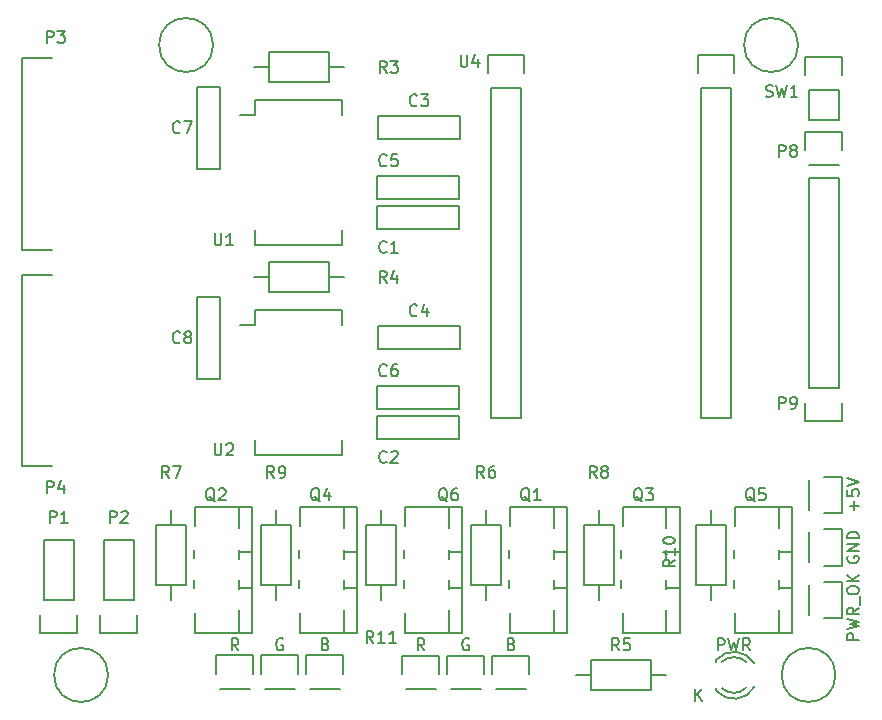
<source format=gbr>
G04 #@! TF.FileFunction,Legend,Top*
%FSLAX46Y46*%
G04 Gerber Fmt 4.6, Leading zero omitted, Abs format (unit mm)*
G04 Created by KiCad (PCBNEW (2015-09-17 BZR 6202)-product) date Wednesday, September 23, 2015 'AMt' 01:30:27 AM*
%MOMM*%
G01*
G04 APERTURE LIST*
%ADD10C,0.100000*%
%ADD11C,0.150000*%
G04 APERTURE END LIST*
D10*
D11*
X152781000Y-128270000D02*
G75*
G03X152781000Y-128270000I-2286000J0D01*
G01*
X91186000Y-128270000D02*
G75*
G03X91186000Y-128270000I-2286000J0D01*
G01*
X103461143Y-126613701D02*
X103461143Y-128163701D01*
X100361143Y-128163701D02*
X100361143Y-126613701D01*
X100361143Y-126613701D02*
X103461143Y-126613701D01*
X100641143Y-129433701D02*
X103181143Y-129433701D01*
X100076000Y-74930000D02*
G75*
G03X100076000Y-74930000I-2286000J0D01*
G01*
X126164362Y-78575728D02*
X126164362Y-106515728D01*
X126164362Y-106515728D02*
X123624362Y-106515728D01*
X123624362Y-106515728D02*
X123624362Y-78575728D01*
X126444362Y-75755728D02*
X126444362Y-77305728D01*
X126164362Y-78575728D02*
X123624362Y-78575728D01*
X123344362Y-77305728D02*
X123344362Y-75755728D01*
X123344362Y-75755728D02*
X126444362Y-75755728D01*
X144224362Y-75755728D02*
X144224362Y-77305728D01*
X141124362Y-77305728D02*
X141124362Y-75755728D01*
X141124362Y-75755728D02*
X144224362Y-75755728D01*
X143944362Y-78575728D02*
X141404362Y-78575728D01*
X141404362Y-106515728D02*
X141404362Y-78575728D01*
X143944362Y-78575728D02*
X143944362Y-106515728D01*
X143944362Y-106515728D02*
X141404362Y-106515728D01*
X113935000Y-88535000D02*
X120935000Y-88535000D01*
X120935000Y-88535000D02*
X120935000Y-90535000D01*
X120935000Y-90535000D02*
X113935000Y-90535000D01*
X113935000Y-90535000D02*
X113935000Y-88535000D01*
X113935000Y-106315000D02*
X120935000Y-106315000D01*
X120935000Y-106315000D02*
X120935000Y-108315000D01*
X120935000Y-108315000D02*
X113935000Y-108315000D01*
X113935000Y-108315000D02*
X113935000Y-106315000D01*
X114015000Y-80915000D02*
X121015000Y-80915000D01*
X121015000Y-80915000D02*
X121015000Y-82915000D01*
X121015000Y-82915000D02*
X114015000Y-82915000D01*
X114015000Y-82915000D02*
X114015000Y-80915000D01*
X114015000Y-98695000D02*
X121015000Y-98695000D01*
X121015000Y-98695000D02*
X121015000Y-100695000D01*
X121015000Y-100695000D02*
X114015000Y-100695000D01*
X114015000Y-100695000D02*
X114015000Y-98695000D01*
X113935000Y-85995000D02*
X120935000Y-85995000D01*
X120935000Y-85995000D02*
X120935000Y-87995000D01*
X120935000Y-87995000D02*
X113935000Y-87995000D01*
X113935000Y-87995000D02*
X113935000Y-85995000D01*
X113935000Y-103775000D02*
X120935000Y-103775000D01*
X120935000Y-103775000D02*
X120935000Y-105775000D01*
X120935000Y-105775000D02*
X113935000Y-105775000D01*
X113935000Y-105775000D02*
X113935000Y-103775000D01*
X98695000Y-85455000D02*
X98695000Y-78455000D01*
X98695000Y-78455000D02*
X100695000Y-78455000D01*
X100695000Y-78455000D02*
X100695000Y-85455000D01*
X100695000Y-85455000D02*
X98695000Y-85455000D01*
X98695000Y-103235000D02*
X98695000Y-96235000D01*
X98695000Y-96235000D02*
X100695000Y-96235000D01*
X100695000Y-96235000D02*
X100695000Y-103235000D01*
X100695000Y-103235000D02*
X98695000Y-103235000D01*
X119213459Y-126645719D02*
X119213459Y-128195719D01*
X116113459Y-128195719D02*
X116113459Y-126645719D01*
X116113459Y-126645719D02*
X119213459Y-126645719D01*
X116393459Y-129465719D02*
X118933459Y-129465719D01*
X123023459Y-126645719D02*
X123023459Y-128195719D01*
X119923459Y-128195719D02*
X119923459Y-126645719D01*
X119923459Y-126645719D02*
X123023459Y-126645719D01*
X120203459Y-129465719D02*
X122743459Y-129465719D01*
X107271143Y-126613701D02*
X107271143Y-128163701D01*
X104171143Y-128163701D02*
X104171143Y-126613701D01*
X104171143Y-126613701D02*
X107271143Y-126613701D01*
X104451143Y-129433701D02*
X106991143Y-129433701D01*
X126833459Y-126645719D02*
X126833459Y-128195719D01*
X123733459Y-128195719D02*
X123733459Y-126645719D01*
X123733459Y-126645719D02*
X126833459Y-126645719D01*
X124013459Y-129465719D02*
X126553459Y-129465719D01*
X111081143Y-126613701D02*
X111081143Y-128163701D01*
X107981143Y-128163701D02*
X107981143Y-126613701D01*
X107981143Y-126613701D02*
X111081143Y-126613701D01*
X108261143Y-129433701D02*
X110801143Y-129433701D01*
X88265000Y-121920000D02*
X88265000Y-116840000D01*
X88265000Y-116840000D02*
X85725000Y-116840000D01*
X85725000Y-116840000D02*
X85725000Y-121920000D01*
X85445000Y-124740000D02*
X85445000Y-123190000D01*
X85725000Y-121920000D02*
X88265000Y-121920000D01*
X88545000Y-123190000D02*
X88545000Y-124740000D01*
X88545000Y-124740000D02*
X85445000Y-124740000D01*
X93345000Y-121920000D02*
X93345000Y-116840000D01*
X93345000Y-116840000D02*
X90805000Y-116840000D01*
X90805000Y-116840000D02*
X90805000Y-121920000D01*
X90525000Y-124740000D02*
X90525000Y-123190000D01*
X90805000Y-121920000D02*
X93345000Y-121920000D01*
X93625000Y-123190000D02*
X93625000Y-124740000D01*
X93625000Y-124740000D02*
X90525000Y-124740000D01*
X153315000Y-123470000D02*
X151765000Y-123470000D01*
X151765000Y-120370000D02*
X153315000Y-120370000D01*
X153315000Y-120370000D02*
X153315000Y-123470000D01*
X150495000Y-120650000D02*
X150495000Y-123190000D01*
X153315000Y-114580000D02*
X151765000Y-114580000D01*
X151765000Y-111480000D02*
X153315000Y-111480000D01*
X153315000Y-111480000D02*
X153315000Y-114580000D01*
X150495000Y-111760000D02*
X150495000Y-114300000D01*
X153315000Y-119025000D02*
X151765000Y-119025000D01*
X151765000Y-115925000D02*
X153315000Y-115925000D01*
X153315000Y-115925000D02*
X153315000Y-119025000D01*
X150495000Y-116205000D02*
X150495000Y-118745000D01*
X153315000Y-82270000D02*
X153315000Y-83820000D01*
X150215000Y-83820000D02*
X150215000Y-82270000D01*
X150215000Y-82270000D02*
X153315000Y-82270000D01*
X150495000Y-85090000D02*
X153035000Y-85090000D01*
X150495000Y-103975728D02*
X150495000Y-86195728D01*
X150495000Y-86195728D02*
X153035000Y-86195728D01*
X153035000Y-86195728D02*
X153035000Y-103975728D01*
X150215000Y-106795728D02*
X150215000Y-105245728D01*
X150495000Y-103975728D02*
X153035000Y-103975728D01*
X153315000Y-105245728D02*
X153315000Y-106795728D01*
X153315000Y-106795728D02*
X150215000Y-106795728D01*
X109855000Y-78105000D02*
X104775000Y-78105000D01*
X104775000Y-78105000D02*
X104775000Y-75565000D01*
X104775000Y-75565000D02*
X109855000Y-75565000D01*
X109855000Y-75565000D02*
X109855000Y-78105000D01*
X109855000Y-76835000D02*
X111125000Y-76835000D01*
X104775000Y-76835000D02*
X103505000Y-76835000D01*
X109855000Y-95885000D02*
X104775000Y-95885000D01*
X104775000Y-95885000D02*
X104775000Y-93345000D01*
X104775000Y-93345000D02*
X109855000Y-93345000D01*
X109855000Y-93345000D02*
X109855000Y-95885000D01*
X109855000Y-94615000D02*
X111125000Y-94615000D01*
X104775000Y-94615000D02*
X103505000Y-94615000D01*
X132080000Y-127000000D02*
X137160000Y-127000000D01*
X137160000Y-127000000D02*
X137160000Y-129540000D01*
X137160000Y-129540000D02*
X132080000Y-129540000D01*
X132080000Y-129540000D02*
X132080000Y-127000000D01*
X132080000Y-128270000D02*
X130810000Y-128270000D01*
X137160000Y-128270000D02*
X138430000Y-128270000D01*
X121920000Y-120650000D02*
X121920000Y-115570000D01*
X121920000Y-115570000D02*
X124460000Y-115570000D01*
X124460000Y-115570000D02*
X124460000Y-120650000D01*
X124460000Y-120650000D02*
X121920000Y-120650000D01*
X123190000Y-120650000D02*
X123190000Y-121920000D01*
X123190000Y-115570000D02*
X123190000Y-114300000D01*
X95250000Y-120650000D02*
X95250000Y-115570000D01*
X95250000Y-115570000D02*
X97790000Y-115570000D01*
X97790000Y-115570000D02*
X97790000Y-120650000D01*
X97790000Y-120650000D02*
X95250000Y-120650000D01*
X96520000Y-120650000D02*
X96520000Y-121920000D01*
X96520000Y-115570000D02*
X96520000Y-114300000D01*
X131445000Y-120650000D02*
X131445000Y-115570000D01*
X131445000Y-115570000D02*
X133985000Y-115570000D01*
X133985000Y-115570000D02*
X133985000Y-120650000D01*
X133985000Y-120650000D02*
X131445000Y-120650000D01*
X132715000Y-120650000D02*
X132715000Y-121920000D01*
X132715000Y-115570000D02*
X132715000Y-114300000D01*
X104140000Y-120650000D02*
X104140000Y-115570000D01*
X104140000Y-115570000D02*
X106680000Y-115570000D01*
X106680000Y-115570000D02*
X106680000Y-120650000D01*
X106680000Y-120650000D02*
X104140000Y-120650000D01*
X105410000Y-120650000D02*
X105410000Y-121920000D01*
X105410000Y-115570000D02*
X105410000Y-114300000D01*
X140970000Y-120650000D02*
X140970000Y-115570000D01*
X140970000Y-115570000D02*
X143510000Y-115570000D01*
X143510000Y-115570000D02*
X143510000Y-120650000D01*
X143510000Y-120650000D02*
X140970000Y-120650000D01*
X142240000Y-120650000D02*
X142240000Y-121920000D01*
X142240000Y-115570000D02*
X142240000Y-114300000D01*
X113030000Y-120650000D02*
X113030000Y-115570000D01*
X113030000Y-115570000D02*
X115570000Y-115570000D01*
X115570000Y-115570000D02*
X115570000Y-120650000D01*
X115570000Y-120650000D02*
X113030000Y-120650000D01*
X114300000Y-120650000D02*
X114300000Y-121920000D01*
X114300000Y-115570000D02*
X114300000Y-114300000D01*
X153035000Y-78740000D02*
X153035000Y-81280000D01*
X153315000Y-75920000D02*
X153315000Y-77470000D01*
X153035000Y-78740000D02*
X150495000Y-78740000D01*
X150215000Y-77470000D02*
X150215000Y-75920000D01*
X150215000Y-75920000D02*
X153315000Y-75920000D01*
X150495000Y-78740000D02*
X150495000Y-81280000D01*
X150495000Y-81280000D02*
X153035000Y-81280000D01*
X103640000Y-79620000D02*
X103640000Y-80890000D01*
X110990000Y-79620000D02*
X110990000Y-80890000D01*
X110990000Y-91830000D02*
X110990000Y-90560000D01*
X103640000Y-91830000D02*
X103640000Y-90560000D01*
X103640000Y-79620000D02*
X110990000Y-79620000D01*
X103640000Y-91830000D02*
X110990000Y-91830000D01*
X103640000Y-80890000D02*
X102355000Y-80890000D01*
X103640000Y-97400000D02*
X103640000Y-98670000D01*
X110990000Y-97400000D02*
X110990000Y-98670000D01*
X110990000Y-109610000D02*
X110990000Y-108340000D01*
X103640000Y-109610000D02*
X103640000Y-108340000D01*
X103640000Y-97400000D02*
X110990000Y-97400000D01*
X103640000Y-109610000D02*
X110990000Y-109610000D01*
X103640000Y-98670000D02*
X102355000Y-98670000D01*
X83893607Y-76072355D02*
X86433607Y-76072355D01*
X83893607Y-92272355D02*
X86433607Y-92272355D01*
X83893607Y-92272355D02*
X83893607Y-76072355D01*
X83893607Y-94382355D02*
X86433607Y-94382355D01*
X83893607Y-110582355D02*
X86433607Y-110582355D01*
X83893607Y-110582355D02*
X83893607Y-94382355D01*
X142676000Y-129584000D02*
X142676000Y-129384000D01*
X142676000Y-126990000D02*
X142676000Y-127170000D01*
X145903744Y-127300357D02*
G75*
G03X142676000Y-126984000I-1727744J-1003643D01*
G01*
X145228006Y-127170932D02*
G75*
G03X143125000Y-127170000I-1052006J-1133068D01*
G01*
X142688780Y-129610726D02*
G75*
G03X145926000Y-129264000I1497220J1306726D01*
G01*
X143162111Y-129383253D02*
G75*
G03X145210000Y-129364000I1013889J1079253D01*
G01*
X102235000Y-124714000D02*
X102235000Y-122809000D01*
X102235000Y-120269000D02*
X102235000Y-121031000D01*
X102235000Y-117856000D02*
X102235000Y-117729000D01*
X102235000Y-117856000D02*
X102235000Y-118491000D01*
X102235000Y-114046000D02*
X102235000Y-115824000D01*
X98552000Y-114046000D02*
X98552000Y-115697000D01*
X98425000Y-118364000D02*
X98425000Y-117729000D01*
X98425000Y-120904000D02*
X98425000Y-120269000D01*
X98552000Y-124714000D02*
X98552000Y-123063000D01*
X103378000Y-117856000D02*
X102235000Y-117856000D01*
X103378000Y-120904000D02*
X102235000Y-120904000D01*
X102235000Y-124714000D02*
X98552000Y-124714000D01*
X98552000Y-114046000D02*
X102235000Y-114046000D01*
X103378000Y-124714000D02*
X102235000Y-124714000D01*
X102235000Y-114046000D02*
X103378000Y-114046000D01*
X103378000Y-119380000D02*
X103378000Y-114046000D01*
X103378000Y-119380000D02*
X103378000Y-124714000D01*
X111125000Y-124714000D02*
X111125000Y-122809000D01*
X111125000Y-120269000D02*
X111125000Y-121031000D01*
X111125000Y-117856000D02*
X111125000Y-117729000D01*
X111125000Y-117856000D02*
X111125000Y-118491000D01*
X111125000Y-114046000D02*
X111125000Y-115824000D01*
X107442000Y-114046000D02*
X107442000Y-115697000D01*
X107315000Y-118364000D02*
X107315000Y-117729000D01*
X107315000Y-120904000D02*
X107315000Y-120269000D01*
X107442000Y-124714000D02*
X107442000Y-123063000D01*
X112268000Y-117856000D02*
X111125000Y-117856000D01*
X112268000Y-120904000D02*
X111125000Y-120904000D01*
X111125000Y-124714000D02*
X107442000Y-124714000D01*
X107442000Y-114046000D02*
X111125000Y-114046000D01*
X112268000Y-124714000D02*
X111125000Y-124714000D01*
X111125000Y-114046000D02*
X112268000Y-114046000D01*
X112268000Y-119380000D02*
X112268000Y-114046000D01*
X112268000Y-119380000D02*
X112268000Y-124714000D01*
X120015000Y-124714000D02*
X120015000Y-122809000D01*
X120015000Y-120269000D02*
X120015000Y-121031000D01*
X120015000Y-117856000D02*
X120015000Y-117729000D01*
X120015000Y-117856000D02*
X120015000Y-118491000D01*
X120015000Y-114046000D02*
X120015000Y-115824000D01*
X116332000Y-114046000D02*
X116332000Y-115697000D01*
X116205000Y-118364000D02*
X116205000Y-117729000D01*
X116205000Y-120904000D02*
X116205000Y-120269000D01*
X116332000Y-124714000D02*
X116332000Y-123063000D01*
X121158000Y-117856000D02*
X120015000Y-117856000D01*
X121158000Y-120904000D02*
X120015000Y-120904000D01*
X120015000Y-124714000D02*
X116332000Y-124714000D01*
X116332000Y-114046000D02*
X120015000Y-114046000D01*
X121158000Y-124714000D02*
X120015000Y-124714000D01*
X120015000Y-114046000D02*
X121158000Y-114046000D01*
X121158000Y-119380000D02*
X121158000Y-114046000D01*
X121158000Y-119380000D02*
X121158000Y-124714000D01*
X128905000Y-124714000D02*
X128905000Y-122809000D01*
X128905000Y-120269000D02*
X128905000Y-121031000D01*
X128905000Y-117856000D02*
X128905000Y-117729000D01*
X128905000Y-117856000D02*
X128905000Y-118491000D01*
X128905000Y-114046000D02*
X128905000Y-115824000D01*
X125222000Y-114046000D02*
X125222000Y-115697000D01*
X125095000Y-118364000D02*
X125095000Y-117729000D01*
X125095000Y-120904000D02*
X125095000Y-120269000D01*
X125222000Y-124714000D02*
X125222000Y-123063000D01*
X130048000Y-117856000D02*
X128905000Y-117856000D01*
X130048000Y-120904000D02*
X128905000Y-120904000D01*
X128905000Y-124714000D02*
X125222000Y-124714000D01*
X125222000Y-114046000D02*
X128905000Y-114046000D01*
X130048000Y-124714000D02*
X128905000Y-124714000D01*
X128905000Y-114046000D02*
X130048000Y-114046000D01*
X130048000Y-119380000D02*
X130048000Y-114046000D01*
X130048000Y-119380000D02*
X130048000Y-124714000D01*
X138430000Y-124714000D02*
X138430000Y-122809000D01*
X138430000Y-120269000D02*
X138430000Y-121031000D01*
X138430000Y-117856000D02*
X138430000Y-117729000D01*
X138430000Y-117856000D02*
X138430000Y-118491000D01*
X138430000Y-114046000D02*
X138430000Y-115824000D01*
X134747000Y-114046000D02*
X134747000Y-115697000D01*
X134620000Y-118364000D02*
X134620000Y-117729000D01*
X134620000Y-120904000D02*
X134620000Y-120269000D01*
X134747000Y-124714000D02*
X134747000Y-123063000D01*
X139573000Y-117856000D02*
X138430000Y-117856000D01*
X139573000Y-120904000D02*
X138430000Y-120904000D01*
X138430000Y-124714000D02*
X134747000Y-124714000D01*
X134747000Y-114046000D02*
X138430000Y-114046000D01*
X139573000Y-124714000D02*
X138430000Y-124714000D01*
X138430000Y-114046000D02*
X139573000Y-114046000D01*
X139573000Y-119380000D02*
X139573000Y-114046000D01*
X139573000Y-119380000D02*
X139573000Y-124714000D01*
X147955000Y-124714000D02*
X147955000Y-122809000D01*
X147955000Y-120269000D02*
X147955000Y-121031000D01*
X147955000Y-117856000D02*
X147955000Y-117729000D01*
X147955000Y-117856000D02*
X147955000Y-118491000D01*
X147955000Y-114046000D02*
X147955000Y-115824000D01*
X144272000Y-114046000D02*
X144272000Y-115697000D01*
X144145000Y-118364000D02*
X144145000Y-117729000D01*
X144145000Y-120904000D02*
X144145000Y-120269000D01*
X144272000Y-124714000D02*
X144272000Y-123063000D01*
X149098000Y-117856000D02*
X147955000Y-117856000D01*
X149098000Y-120904000D02*
X147955000Y-120904000D01*
X147955000Y-124714000D02*
X144272000Y-124714000D01*
X144272000Y-114046000D02*
X147955000Y-114046000D01*
X149098000Y-124714000D02*
X147955000Y-124714000D01*
X147955000Y-114046000D02*
X149098000Y-114046000D01*
X149098000Y-119380000D02*
X149098000Y-114046000D01*
X149098000Y-119380000D02*
X149098000Y-124714000D01*
X149606000Y-74930000D02*
G75*
G03X149606000Y-74930000I-2286000J0D01*
G01*
X102220667Y-126182381D02*
X101887333Y-125706190D01*
X101649238Y-126182381D02*
X101649238Y-125182381D01*
X102030191Y-125182381D01*
X102125429Y-125230000D01*
X102173048Y-125277619D01*
X102220667Y-125372857D01*
X102220667Y-125515714D01*
X102173048Y-125610952D01*
X102125429Y-125658571D01*
X102030191Y-125706190D01*
X101649238Y-125706190D01*
X121031095Y-75779381D02*
X121031095Y-76588905D01*
X121078714Y-76684143D01*
X121126333Y-76731762D01*
X121221571Y-76779381D01*
X121412048Y-76779381D01*
X121507286Y-76731762D01*
X121554905Y-76684143D01*
X121602524Y-76588905D01*
X121602524Y-75779381D01*
X122507286Y-76112714D02*
X122507286Y-76779381D01*
X122269190Y-75731762D02*
X122031095Y-76446048D01*
X122650143Y-76446048D01*
X114768334Y-92432143D02*
X114720715Y-92479762D01*
X114577858Y-92527381D01*
X114482620Y-92527381D01*
X114339762Y-92479762D01*
X114244524Y-92384524D01*
X114196905Y-92289286D01*
X114149286Y-92098810D01*
X114149286Y-91955952D01*
X114196905Y-91765476D01*
X114244524Y-91670238D01*
X114339762Y-91575000D01*
X114482620Y-91527381D01*
X114577858Y-91527381D01*
X114720715Y-91575000D01*
X114768334Y-91622619D01*
X115720715Y-92527381D02*
X115149286Y-92527381D01*
X115435000Y-92527381D02*
X115435000Y-91527381D01*
X115339762Y-91670238D01*
X115244524Y-91765476D01*
X115149286Y-91813095D01*
X114768334Y-110212143D02*
X114720715Y-110259762D01*
X114577858Y-110307381D01*
X114482620Y-110307381D01*
X114339762Y-110259762D01*
X114244524Y-110164524D01*
X114196905Y-110069286D01*
X114149286Y-109878810D01*
X114149286Y-109735952D01*
X114196905Y-109545476D01*
X114244524Y-109450238D01*
X114339762Y-109355000D01*
X114482620Y-109307381D01*
X114577858Y-109307381D01*
X114720715Y-109355000D01*
X114768334Y-109402619D01*
X115149286Y-109402619D02*
X115196905Y-109355000D01*
X115292143Y-109307381D01*
X115530239Y-109307381D01*
X115625477Y-109355000D01*
X115673096Y-109402619D01*
X115720715Y-109497857D01*
X115720715Y-109593095D01*
X115673096Y-109735952D01*
X115101667Y-110307381D01*
X115720715Y-110307381D01*
X117348334Y-80022143D02*
X117300715Y-80069762D01*
X117157858Y-80117381D01*
X117062620Y-80117381D01*
X116919762Y-80069762D01*
X116824524Y-79974524D01*
X116776905Y-79879286D01*
X116729286Y-79688810D01*
X116729286Y-79545952D01*
X116776905Y-79355476D01*
X116824524Y-79260238D01*
X116919762Y-79165000D01*
X117062620Y-79117381D01*
X117157858Y-79117381D01*
X117300715Y-79165000D01*
X117348334Y-79212619D01*
X117681667Y-79117381D02*
X118300715Y-79117381D01*
X117967381Y-79498333D01*
X118110239Y-79498333D01*
X118205477Y-79545952D01*
X118253096Y-79593571D01*
X118300715Y-79688810D01*
X118300715Y-79926905D01*
X118253096Y-80022143D01*
X118205477Y-80069762D01*
X118110239Y-80117381D01*
X117824524Y-80117381D01*
X117729286Y-80069762D01*
X117681667Y-80022143D01*
X117348334Y-97802143D02*
X117300715Y-97849762D01*
X117157858Y-97897381D01*
X117062620Y-97897381D01*
X116919762Y-97849762D01*
X116824524Y-97754524D01*
X116776905Y-97659286D01*
X116729286Y-97468810D01*
X116729286Y-97325952D01*
X116776905Y-97135476D01*
X116824524Y-97040238D01*
X116919762Y-96945000D01*
X117062620Y-96897381D01*
X117157858Y-96897381D01*
X117300715Y-96945000D01*
X117348334Y-96992619D01*
X118205477Y-97230714D02*
X118205477Y-97897381D01*
X117967381Y-96849762D02*
X117729286Y-97564048D01*
X118348334Y-97564048D01*
X114768334Y-85102143D02*
X114720715Y-85149762D01*
X114577858Y-85197381D01*
X114482620Y-85197381D01*
X114339762Y-85149762D01*
X114244524Y-85054524D01*
X114196905Y-84959286D01*
X114149286Y-84768810D01*
X114149286Y-84625952D01*
X114196905Y-84435476D01*
X114244524Y-84340238D01*
X114339762Y-84245000D01*
X114482620Y-84197381D01*
X114577858Y-84197381D01*
X114720715Y-84245000D01*
X114768334Y-84292619D01*
X115673096Y-84197381D02*
X115196905Y-84197381D01*
X115149286Y-84673571D01*
X115196905Y-84625952D01*
X115292143Y-84578333D01*
X115530239Y-84578333D01*
X115625477Y-84625952D01*
X115673096Y-84673571D01*
X115720715Y-84768810D01*
X115720715Y-85006905D01*
X115673096Y-85102143D01*
X115625477Y-85149762D01*
X115530239Y-85197381D01*
X115292143Y-85197381D01*
X115196905Y-85149762D01*
X115149286Y-85102143D01*
X114768334Y-102882143D02*
X114720715Y-102929762D01*
X114577858Y-102977381D01*
X114482620Y-102977381D01*
X114339762Y-102929762D01*
X114244524Y-102834524D01*
X114196905Y-102739286D01*
X114149286Y-102548810D01*
X114149286Y-102405952D01*
X114196905Y-102215476D01*
X114244524Y-102120238D01*
X114339762Y-102025000D01*
X114482620Y-101977381D01*
X114577858Y-101977381D01*
X114720715Y-102025000D01*
X114768334Y-102072619D01*
X115625477Y-101977381D02*
X115435000Y-101977381D01*
X115339762Y-102025000D01*
X115292143Y-102072619D01*
X115196905Y-102215476D01*
X115149286Y-102405952D01*
X115149286Y-102786905D01*
X115196905Y-102882143D01*
X115244524Y-102929762D01*
X115339762Y-102977381D01*
X115530239Y-102977381D01*
X115625477Y-102929762D01*
X115673096Y-102882143D01*
X115720715Y-102786905D01*
X115720715Y-102548810D01*
X115673096Y-102453571D01*
X115625477Y-102405952D01*
X115530239Y-102358333D01*
X115339762Y-102358333D01*
X115244524Y-102405952D01*
X115196905Y-102453571D01*
X115149286Y-102548810D01*
X97278334Y-82312143D02*
X97230715Y-82359762D01*
X97087858Y-82407381D01*
X96992620Y-82407381D01*
X96849762Y-82359762D01*
X96754524Y-82264524D01*
X96706905Y-82169286D01*
X96659286Y-81978810D01*
X96659286Y-81835952D01*
X96706905Y-81645476D01*
X96754524Y-81550238D01*
X96849762Y-81455000D01*
X96992620Y-81407381D01*
X97087858Y-81407381D01*
X97230715Y-81455000D01*
X97278334Y-81502619D01*
X97611667Y-81407381D02*
X98278334Y-81407381D01*
X97849762Y-82407381D01*
X97278334Y-100092143D02*
X97230715Y-100139762D01*
X97087858Y-100187381D01*
X96992620Y-100187381D01*
X96849762Y-100139762D01*
X96754524Y-100044524D01*
X96706905Y-99949286D01*
X96659286Y-99758810D01*
X96659286Y-99615952D01*
X96706905Y-99425476D01*
X96754524Y-99330238D01*
X96849762Y-99235000D01*
X96992620Y-99187381D01*
X97087858Y-99187381D01*
X97230715Y-99235000D01*
X97278334Y-99282619D01*
X97849762Y-99615952D02*
X97754524Y-99568333D01*
X97706905Y-99520714D01*
X97659286Y-99425476D01*
X97659286Y-99377857D01*
X97706905Y-99282619D01*
X97754524Y-99235000D01*
X97849762Y-99187381D01*
X98040239Y-99187381D01*
X98135477Y-99235000D01*
X98183096Y-99282619D01*
X98230715Y-99377857D01*
X98230715Y-99425476D01*
X98183096Y-99520714D01*
X98135477Y-99568333D01*
X98040239Y-99615952D01*
X97849762Y-99615952D01*
X97754524Y-99663571D01*
X97706905Y-99711190D01*
X97659286Y-99806429D01*
X97659286Y-99996905D01*
X97706905Y-100092143D01*
X97754524Y-100139762D01*
X97849762Y-100187381D01*
X98040239Y-100187381D01*
X98135477Y-100139762D01*
X98183096Y-100092143D01*
X98230715Y-99996905D01*
X98230715Y-99806429D01*
X98183096Y-99711190D01*
X98135477Y-99663571D01*
X98040239Y-99615952D01*
X117972983Y-126182381D02*
X117639649Y-125706190D01*
X117401554Y-126182381D02*
X117401554Y-125182381D01*
X117782507Y-125182381D01*
X117877745Y-125230000D01*
X117925364Y-125277619D01*
X117972983Y-125372857D01*
X117972983Y-125515714D01*
X117925364Y-125610952D01*
X117877745Y-125658571D01*
X117782507Y-125706190D01*
X117401554Y-125706190D01*
X121735364Y-125230000D02*
X121640126Y-125182381D01*
X121497269Y-125182381D01*
X121354411Y-125230000D01*
X121259173Y-125325238D01*
X121211554Y-125420476D01*
X121163935Y-125610952D01*
X121163935Y-125753810D01*
X121211554Y-125944286D01*
X121259173Y-126039524D01*
X121354411Y-126134762D01*
X121497269Y-126182381D01*
X121592507Y-126182381D01*
X121735364Y-126134762D01*
X121782983Y-126087143D01*
X121782983Y-125753810D01*
X121592507Y-125753810D01*
X105983048Y-125230000D02*
X105887810Y-125182381D01*
X105744953Y-125182381D01*
X105602095Y-125230000D01*
X105506857Y-125325238D01*
X105459238Y-125420476D01*
X105411619Y-125610952D01*
X105411619Y-125753810D01*
X105459238Y-125944286D01*
X105506857Y-126039524D01*
X105602095Y-126134762D01*
X105744953Y-126182381D01*
X105840191Y-126182381D01*
X105983048Y-126134762D01*
X106030667Y-126087143D01*
X106030667Y-125753810D01*
X105840191Y-125753810D01*
X125354888Y-125658571D02*
X125497745Y-125706190D01*
X125545364Y-125753810D01*
X125592983Y-125849048D01*
X125592983Y-125991905D01*
X125545364Y-126087143D01*
X125497745Y-126134762D01*
X125402507Y-126182381D01*
X125021554Y-126182381D01*
X125021554Y-125182381D01*
X125354888Y-125182381D01*
X125450126Y-125230000D01*
X125497745Y-125277619D01*
X125545364Y-125372857D01*
X125545364Y-125468095D01*
X125497745Y-125563333D01*
X125450126Y-125610952D01*
X125354888Y-125658571D01*
X125021554Y-125658571D01*
X109602572Y-125658571D02*
X109745429Y-125706190D01*
X109793048Y-125753810D01*
X109840667Y-125849048D01*
X109840667Y-125991905D01*
X109793048Y-126087143D01*
X109745429Y-126134762D01*
X109650191Y-126182381D01*
X109269238Y-126182381D01*
X109269238Y-125182381D01*
X109602572Y-125182381D01*
X109697810Y-125230000D01*
X109745429Y-125277619D01*
X109793048Y-125372857D01*
X109793048Y-125468095D01*
X109745429Y-125563333D01*
X109697810Y-125610952D01*
X109602572Y-125658571D01*
X109269238Y-125658571D01*
X86256905Y-115387381D02*
X86256905Y-114387381D01*
X86637858Y-114387381D01*
X86733096Y-114435000D01*
X86780715Y-114482619D01*
X86828334Y-114577857D01*
X86828334Y-114720714D01*
X86780715Y-114815952D01*
X86733096Y-114863571D01*
X86637858Y-114911190D01*
X86256905Y-114911190D01*
X87780715Y-115387381D02*
X87209286Y-115387381D01*
X87495000Y-115387381D02*
X87495000Y-114387381D01*
X87399762Y-114530238D01*
X87304524Y-114625476D01*
X87209286Y-114673095D01*
X91336905Y-115387381D02*
X91336905Y-114387381D01*
X91717858Y-114387381D01*
X91813096Y-114435000D01*
X91860715Y-114482619D01*
X91908334Y-114577857D01*
X91908334Y-114720714D01*
X91860715Y-114815952D01*
X91813096Y-114863571D01*
X91717858Y-114911190D01*
X91336905Y-114911190D01*
X92289286Y-114482619D02*
X92336905Y-114435000D01*
X92432143Y-114387381D01*
X92670239Y-114387381D01*
X92765477Y-114435000D01*
X92813096Y-114482619D01*
X92860715Y-114577857D01*
X92860715Y-114673095D01*
X92813096Y-114815952D01*
X92241667Y-115387381D01*
X92860715Y-115387381D01*
X154757381Y-125293095D02*
X153757381Y-125293095D01*
X153757381Y-124912142D01*
X153805000Y-124816904D01*
X153852619Y-124769285D01*
X153947857Y-124721666D01*
X154090714Y-124721666D01*
X154185952Y-124769285D01*
X154233571Y-124816904D01*
X154281190Y-124912142D01*
X154281190Y-125293095D01*
X153757381Y-124388333D02*
X154757381Y-124150238D01*
X154043095Y-123959761D01*
X154757381Y-123769285D01*
X153757381Y-123531190D01*
X154757381Y-122578809D02*
X154281190Y-122912143D01*
X154757381Y-123150238D02*
X153757381Y-123150238D01*
X153757381Y-122769285D01*
X153805000Y-122674047D01*
X153852619Y-122626428D01*
X153947857Y-122578809D01*
X154090714Y-122578809D01*
X154185952Y-122626428D01*
X154233571Y-122674047D01*
X154281190Y-122769285D01*
X154281190Y-123150238D01*
X154852619Y-122388333D02*
X154852619Y-121626428D01*
X153757381Y-121197857D02*
X153757381Y-121007380D01*
X153805000Y-120912142D01*
X153900238Y-120816904D01*
X154090714Y-120769285D01*
X154424048Y-120769285D01*
X154614524Y-120816904D01*
X154709762Y-120912142D01*
X154757381Y-121007380D01*
X154757381Y-121197857D01*
X154709762Y-121293095D01*
X154614524Y-121388333D01*
X154424048Y-121435952D01*
X154090714Y-121435952D01*
X153900238Y-121388333D01*
X153805000Y-121293095D01*
X153757381Y-121197857D01*
X154757381Y-120340714D02*
X153757381Y-120340714D01*
X154757381Y-119769285D02*
X154185952Y-120197857D01*
X153757381Y-119769285D02*
X154328810Y-120340714D01*
X154376429Y-114315714D02*
X154376429Y-113553809D01*
X154757381Y-113934761D02*
X153995476Y-113934761D01*
X153757381Y-112601428D02*
X153757381Y-113077619D01*
X154233571Y-113125238D01*
X154185952Y-113077619D01*
X154138333Y-112982381D01*
X154138333Y-112744285D01*
X154185952Y-112649047D01*
X154233571Y-112601428D01*
X154328810Y-112553809D01*
X154566905Y-112553809D01*
X154662143Y-112601428D01*
X154709762Y-112649047D01*
X154757381Y-112744285D01*
X154757381Y-112982381D01*
X154709762Y-113077619D01*
X154662143Y-113125238D01*
X153757381Y-112268095D02*
X154757381Y-111934762D01*
X153757381Y-111601428D01*
X153805000Y-118236904D02*
X153757381Y-118332142D01*
X153757381Y-118474999D01*
X153805000Y-118617857D01*
X153900238Y-118713095D01*
X153995476Y-118760714D01*
X154185952Y-118808333D01*
X154328810Y-118808333D01*
X154519286Y-118760714D01*
X154614524Y-118713095D01*
X154709762Y-118617857D01*
X154757381Y-118474999D01*
X154757381Y-118379761D01*
X154709762Y-118236904D01*
X154662143Y-118189285D01*
X154328810Y-118189285D01*
X154328810Y-118379761D01*
X154757381Y-117760714D02*
X153757381Y-117760714D01*
X154757381Y-117189285D01*
X153757381Y-117189285D01*
X154757381Y-116713095D02*
X153757381Y-116713095D01*
X153757381Y-116475000D01*
X153805000Y-116332142D01*
X153900238Y-116236904D01*
X153995476Y-116189285D01*
X154185952Y-116141666D01*
X154328810Y-116141666D01*
X154519286Y-116189285D01*
X154614524Y-116236904D01*
X154709762Y-116332142D01*
X154757381Y-116475000D01*
X154757381Y-116713095D01*
X147978905Y-84399381D02*
X147978905Y-83399381D01*
X148359858Y-83399381D01*
X148455096Y-83447000D01*
X148502715Y-83494619D01*
X148550334Y-83589857D01*
X148550334Y-83732714D01*
X148502715Y-83827952D01*
X148455096Y-83875571D01*
X148359858Y-83923190D01*
X147978905Y-83923190D01*
X149121762Y-83827952D02*
X149026524Y-83780333D01*
X148978905Y-83732714D01*
X148931286Y-83637476D01*
X148931286Y-83589857D01*
X148978905Y-83494619D01*
X149026524Y-83447000D01*
X149121762Y-83399381D01*
X149312239Y-83399381D01*
X149407477Y-83447000D01*
X149455096Y-83494619D01*
X149502715Y-83589857D01*
X149502715Y-83637476D01*
X149455096Y-83732714D01*
X149407477Y-83780333D01*
X149312239Y-83827952D01*
X149121762Y-83827952D01*
X149026524Y-83875571D01*
X148978905Y-83923190D01*
X148931286Y-84018429D01*
X148931286Y-84208905D01*
X148978905Y-84304143D01*
X149026524Y-84351762D01*
X149121762Y-84399381D01*
X149312239Y-84399381D01*
X149407477Y-84351762D01*
X149455096Y-84304143D01*
X149502715Y-84208905D01*
X149502715Y-84018429D01*
X149455096Y-83923190D01*
X149407477Y-83875571D01*
X149312239Y-83827952D01*
X147978905Y-105735381D02*
X147978905Y-104735381D01*
X148359858Y-104735381D01*
X148455096Y-104783000D01*
X148502715Y-104830619D01*
X148550334Y-104925857D01*
X148550334Y-105068714D01*
X148502715Y-105163952D01*
X148455096Y-105211571D01*
X148359858Y-105259190D01*
X147978905Y-105259190D01*
X149026524Y-105735381D02*
X149217000Y-105735381D01*
X149312239Y-105687762D01*
X149359858Y-105640143D01*
X149455096Y-105497286D01*
X149502715Y-105306810D01*
X149502715Y-104925857D01*
X149455096Y-104830619D01*
X149407477Y-104783000D01*
X149312239Y-104735381D01*
X149121762Y-104735381D01*
X149026524Y-104783000D01*
X148978905Y-104830619D01*
X148931286Y-104925857D01*
X148931286Y-105163952D01*
X148978905Y-105259190D01*
X149026524Y-105306810D01*
X149121762Y-105354429D01*
X149312239Y-105354429D01*
X149407477Y-105306810D01*
X149455096Y-105259190D01*
X149502715Y-105163952D01*
X114768334Y-77287381D02*
X114435000Y-76811190D01*
X114196905Y-77287381D02*
X114196905Y-76287381D01*
X114577858Y-76287381D01*
X114673096Y-76335000D01*
X114720715Y-76382619D01*
X114768334Y-76477857D01*
X114768334Y-76620714D01*
X114720715Y-76715952D01*
X114673096Y-76763571D01*
X114577858Y-76811190D01*
X114196905Y-76811190D01*
X115101667Y-76287381D02*
X115720715Y-76287381D01*
X115387381Y-76668333D01*
X115530239Y-76668333D01*
X115625477Y-76715952D01*
X115673096Y-76763571D01*
X115720715Y-76858810D01*
X115720715Y-77096905D01*
X115673096Y-77192143D01*
X115625477Y-77239762D01*
X115530239Y-77287381D01*
X115244524Y-77287381D01*
X115149286Y-77239762D01*
X115101667Y-77192143D01*
X114768334Y-95067381D02*
X114435000Y-94591190D01*
X114196905Y-95067381D02*
X114196905Y-94067381D01*
X114577858Y-94067381D01*
X114673096Y-94115000D01*
X114720715Y-94162619D01*
X114768334Y-94257857D01*
X114768334Y-94400714D01*
X114720715Y-94495952D01*
X114673096Y-94543571D01*
X114577858Y-94591190D01*
X114196905Y-94591190D01*
X115625477Y-94400714D02*
X115625477Y-95067381D01*
X115387381Y-94019762D02*
X115149286Y-94734048D01*
X115768334Y-94734048D01*
X134453334Y-126182381D02*
X134120000Y-125706190D01*
X133881905Y-126182381D02*
X133881905Y-125182381D01*
X134262858Y-125182381D01*
X134358096Y-125230000D01*
X134405715Y-125277619D01*
X134453334Y-125372857D01*
X134453334Y-125515714D01*
X134405715Y-125610952D01*
X134358096Y-125658571D01*
X134262858Y-125706190D01*
X133881905Y-125706190D01*
X135358096Y-125182381D02*
X134881905Y-125182381D01*
X134834286Y-125658571D01*
X134881905Y-125610952D01*
X134977143Y-125563333D01*
X135215239Y-125563333D01*
X135310477Y-125610952D01*
X135358096Y-125658571D01*
X135405715Y-125753810D01*
X135405715Y-125991905D01*
X135358096Y-126087143D01*
X135310477Y-126134762D01*
X135215239Y-126182381D01*
X134977143Y-126182381D01*
X134881905Y-126134762D01*
X134834286Y-126087143D01*
X123023334Y-111577381D02*
X122690000Y-111101190D01*
X122451905Y-111577381D02*
X122451905Y-110577381D01*
X122832858Y-110577381D01*
X122928096Y-110625000D01*
X122975715Y-110672619D01*
X123023334Y-110767857D01*
X123023334Y-110910714D01*
X122975715Y-111005952D01*
X122928096Y-111053571D01*
X122832858Y-111101190D01*
X122451905Y-111101190D01*
X123880477Y-110577381D02*
X123690000Y-110577381D01*
X123594762Y-110625000D01*
X123547143Y-110672619D01*
X123451905Y-110815476D01*
X123404286Y-111005952D01*
X123404286Y-111386905D01*
X123451905Y-111482143D01*
X123499524Y-111529762D01*
X123594762Y-111577381D01*
X123785239Y-111577381D01*
X123880477Y-111529762D01*
X123928096Y-111482143D01*
X123975715Y-111386905D01*
X123975715Y-111148810D01*
X123928096Y-111053571D01*
X123880477Y-111005952D01*
X123785239Y-110958333D01*
X123594762Y-110958333D01*
X123499524Y-111005952D01*
X123451905Y-111053571D01*
X123404286Y-111148810D01*
X96353334Y-111577381D02*
X96020000Y-111101190D01*
X95781905Y-111577381D02*
X95781905Y-110577381D01*
X96162858Y-110577381D01*
X96258096Y-110625000D01*
X96305715Y-110672619D01*
X96353334Y-110767857D01*
X96353334Y-110910714D01*
X96305715Y-111005952D01*
X96258096Y-111053571D01*
X96162858Y-111101190D01*
X95781905Y-111101190D01*
X96686667Y-110577381D02*
X97353334Y-110577381D01*
X96924762Y-111577381D01*
X132548334Y-111577381D02*
X132215000Y-111101190D01*
X131976905Y-111577381D02*
X131976905Y-110577381D01*
X132357858Y-110577381D01*
X132453096Y-110625000D01*
X132500715Y-110672619D01*
X132548334Y-110767857D01*
X132548334Y-110910714D01*
X132500715Y-111005952D01*
X132453096Y-111053571D01*
X132357858Y-111101190D01*
X131976905Y-111101190D01*
X133119762Y-111005952D02*
X133024524Y-110958333D01*
X132976905Y-110910714D01*
X132929286Y-110815476D01*
X132929286Y-110767857D01*
X132976905Y-110672619D01*
X133024524Y-110625000D01*
X133119762Y-110577381D01*
X133310239Y-110577381D01*
X133405477Y-110625000D01*
X133453096Y-110672619D01*
X133500715Y-110767857D01*
X133500715Y-110815476D01*
X133453096Y-110910714D01*
X133405477Y-110958333D01*
X133310239Y-111005952D01*
X133119762Y-111005952D01*
X133024524Y-111053571D01*
X132976905Y-111101190D01*
X132929286Y-111196429D01*
X132929286Y-111386905D01*
X132976905Y-111482143D01*
X133024524Y-111529762D01*
X133119762Y-111577381D01*
X133310239Y-111577381D01*
X133405477Y-111529762D01*
X133453096Y-111482143D01*
X133500715Y-111386905D01*
X133500715Y-111196429D01*
X133453096Y-111101190D01*
X133405477Y-111053571D01*
X133310239Y-111005952D01*
X105243334Y-111577381D02*
X104910000Y-111101190D01*
X104671905Y-111577381D02*
X104671905Y-110577381D01*
X105052858Y-110577381D01*
X105148096Y-110625000D01*
X105195715Y-110672619D01*
X105243334Y-110767857D01*
X105243334Y-110910714D01*
X105195715Y-111005952D01*
X105148096Y-111053571D01*
X105052858Y-111101190D01*
X104671905Y-111101190D01*
X105719524Y-111577381D02*
X105910000Y-111577381D01*
X106005239Y-111529762D01*
X106052858Y-111482143D01*
X106148096Y-111339286D01*
X106195715Y-111148810D01*
X106195715Y-110767857D01*
X106148096Y-110672619D01*
X106100477Y-110625000D01*
X106005239Y-110577381D01*
X105814762Y-110577381D01*
X105719524Y-110625000D01*
X105671905Y-110672619D01*
X105624286Y-110767857D01*
X105624286Y-111005952D01*
X105671905Y-111101190D01*
X105719524Y-111148810D01*
X105814762Y-111196429D01*
X106005239Y-111196429D01*
X106100477Y-111148810D01*
X106148096Y-111101190D01*
X106195715Y-111005952D01*
X139192261Y-118503937D02*
X138716070Y-118837271D01*
X139192261Y-119075366D02*
X138192261Y-119075366D01*
X138192261Y-118694413D01*
X138239880Y-118599175D01*
X138287499Y-118551556D01*
X138382737Y-118503937D01*
X138525594Y-118503937D01*
X138620832Y-118551556D01*
X138668451Y-118599175D01*
X138716070Y-118694413D01*
X138716070Y-119075366D01*
X139192261Y-117551556D02*
X139192261Y-118122985D01*
X139192261Y-117837271D02*
X138192261Y-117837271D01*
X138335118Y-117932509D01*
X138430356Y-118027747D01*
X138477975Y-118122985D01*
X138192261Y-116932509D02*
X138192261Y-116837270D01*
X138239880Y-116742032D01*
X138287499Y-116694413D01*
X138382737Y-116646794D01*
X138573213Y-116599175D01*
X138811309Y-116599175D01*
X139001785Y-116646794D01*
X139097023Y-116694413D01*
X139144642Y-116742032D01*
X139192261Y-116837270D01*
X139192261Y-116932509D01*
X139144642Y-117027747D01*
X139097023Y-117075366D01*
X139001785Y-117122985D01*
X138811309Y-117170604D01*
X138573213Y-117170604D01*
X138382737Y-117122985D01*
X138287499Y-117075366D01*
X138239880Y-117027747D01*
X138192261Y-116932509D01*
X113657143Y-125547381D02*
X113323809Y-125071190D01*
X113085714Y-125547381D02*
X113085714Y-124547381D01*
X113466667Y-124547381D01*
X113561905Y-124595000D01*
X113609524Y-124642619D01*
X113657143Y-124737857D01*
X113657143Y-124880714D01*
X113609524Y-124975952D01*
X113561905Y-125023571D01*
X113466667Y-125071190D01*
X113085714Y-125071190D01*
X114609524Y-125547381D02*
X114038095Y-125547381D01*
X114323809Y-125547381D02*
X114323809Y-124547381D01*
X114228571Y-124690238D01*
X114133333Y-124785476D01*
X114038095Y-124833095D01*
X115561905Y-125547381D02*
X114990476Y-125547381D01*
X115276190Y-125547381D02*
X115276190Y-124547381D01*
X115180952Y-124690238D01*
X115085714Y-124785476D01*
X114990476Y-124833095D01*
X146875667Y-79271762D02*
X147018524Y-79319381D01*
X147256620Y-79319381D01*
X147351858Y-79271762D01*
X147399477Y-79224143D01*
X147447096Y-79128905D01*
X147447096Y-79033667D01*
X147399477Y-78938429D01*
X147351858Y-78890810D01*
X147256620Y-78843190D01*
X147066143Y-78795571D01*
X146970905Y-78747952D01*
X146923286Y-78700333D01*
X146875667Y-78605095D01*
X146875667Y-78509857D01*
X146923286Y-78414619D01*
X146970905Y-78367000D01*
X147066143Y-78319381D01*
X147304239Y-78319381D01*
X147447096Y-78367000D01*
X147780429Y-78319381D02*
X148018524Y-79319381D01*
X148209001Y-78605095D01*
X148399477Y-79319381D01*
X148637572Y-78319381D01*
X149542334Y-79319381D02*
X148970905Y-79319381D01*
X149256619Y-79319381D02*
X149256619Y-78319381D01*
X149161381Y-78462238D01*
X149066143Y-78557476D01*
X148970905Y-78605095D01*
X100203095Y-90892381D02*
X100203095Y-91701905D01*
X100250714Y-91797143D01*
X100298333Y-91844762D01*
X100393571Y-91892381D01*
X100584048Y-91892381D01*
X100679286Y-91844762D01*
X100726905Y-91797143D01*
X100774524Y-91701905D01*
X100774524Y-90892381D01*
X101774524Y-91892381D02*
X101203095Y-91892381D01*
X101488809Y-91892381D02*
X101488809Y-90892381D01*
X101393571Y-91035238D01*
X101298333Y-91130476D01*
X101203095Y-91178095D01*
X100203095Y-108672381D02*
X100203095Y-109481905D01*
X100250714Y-109577143D01*
X100298333Y-109624762D01*
X100393571Y-109672381D01*
X100584048Y-109672381D01*
X100679286Y-109624762D01*
X100726905Y-109577143D01*
X100774524Y-109481905D01*
X100774524Y-108672381D01*
X101203095Y-108767619D02*
X101250714Y-108720000D01*
X101345952Y-108672381D01*
X101584048Y-108672381D01*
X101679286Y-108720000D01*
X101726905Y-108767619D01*
X101774524Y-108862857D01*
X101774524Y-108958095D01*
X101726905Y-109100952D01*
X101155476Y-109672381D01*
X101774524Y-109672381D01*
X86002905Y-74747381D02*
X86002905Y-73747381D01*
X86383858Y-73747381D01*
X86479096Y-73795000D01*
X86526715Y-73842619D01*
X86574334Y-73937857D01*
X86574334Y-74080714D01*
X86526715Y-74175952D01*
X86479096Y-74223571D01*
X86383858Y-74271190D01*
X86002905Y-74271190D01*
X86907667Y-73747381D02*
X87526715Y-73747381D01*
X87193381Y-74128333D01*
X87336239Y-74128333D01*
X87431477Y-74175952D01*
X87479096Y-74223571D01*
X87526715Y-74318810D01*
X87526715Y-74556905D01*
X87479096Y-74652143D01*
X87431477Y-74699762D01*
X87336239Y-74747381D01*
X87050524Y-74747381D01*
X86955286Y-74699762D01*
X86907667Y-74652143D01*
X86002905Y-112847381D02*
X86002905Y-111847381D01*
X86383858Y-111847381D01*
X86479096Y-111895000D01*
X86526715Y-111942619D01*
X86574334Y-112037857D01*
X86574334Y-112180714D01*
X86526715Y-112275952D01*
X86479096Y-112323571D01*
X86383858Y-112371190D01*
X86002905Y-112371190D01*
X87431477Y-112180714D02*
X87431477Y-112847381D01*
X87193381Y-111799762D02*
X86955286Y-112514048D01*
X87574334Y-112514048D01*
X142811667Y-126182381D02*
X142811667Y-125182381D01*
X143192620Y-125182381D01*
X143287858Y-125230000D01*
X143335477Y-125277619D01*
X143383096Y-125372857D01*
X143383096Y-125515714D01*
X143335477Y-125610952D01*
X143287858Y-125658571D01*
X143192620Y-125706190D01*
X142811667Y-125706190D01*
X143716429Y-125182381D02*
X143954524Y-126182381D01*
X144145001Y-125468095D01*
X144335477Y-126182381D01*
X144573572Y-125182381D01*
X145525953Y-126182381D02*
X145192619Y-125706190D01*
X144954524Y-126182381D02*
X144954524Y-125182381D01*
X145335477Y-125182381D01*
X145430715Y-125230000D01*
X145478334Y-125277619D01*
X145525953Y-125372857D01*
X145525953Y-125515714D01*
X145478334Y-125610952D01*
X145430715Y-125658571D01*
X145335477Y-125706190D01*
X144954524Y-125706190D01*
X140923095Y-130462381D02*
X140923095Y-129462381D01*
X141494524Y-130462381D02*
X141065952Y-129890952D01*
X141494524Y-129462381D02*
X140923095Y-130033810D01*
X100234762Y-113577619D02*
X100139524Y-113530000D01*
X100044286Y-113434762D01*
X99901429Y-113291905D01*
X99806190Y-113244286D01*
X99710952Y-113244286D01*
X99758571Y-113482381D02*
X99663333Y-113434762D01*
X99568095Y-113339524D01*
X99520476Y-113149048D01*
X99520476Y-112815714D01*
X99568095Y-112625238D01*
X99663333Y-112530000D01*
X99758571Y-112482381D01*
X99949048Y-112482381D01*
X100044286Y-112530000D01*
X100139524Y-112625238D01*
X100187143Y-112815714D01*
X100187143Y-113149048D01*
X100139524Y-113339524D01*
X100044286Y-113434762D01*
X99949048Y-113482381D01*
X99758571Y-113482381D01*
X100568095Y-112577619D02*
X100615714Y-112530000D01*
X100710952Y-112482381D01*
X100949048Y-112482381D01*
X101044286Y-112530000D01*
X101091905Y-112577619D01*
X101139524Y-112672857D01*
X101139524Y-112768095D01*
X101091905Y-112910952D01*
X100520476Y-113482381D01*
X101139524Y-113482381D01*
X109124762Y-113577619D02*
X109029524Y-113530000D01*
X108934286Y-113434762D01*
X108791429Y-113291905D01*
X108696190Y-113244286D01*
X108600952Y-113244286D01*
X108648571Y-113482381D02*
X108553333Y-113434762D01*
X108458095Y-113339524D01*
X108410476Y-113149048D01*
X108410476Y-112815714D01*
X108458095Y-112625238D01*
X108553333Y-112530000D01*
X108648571Y-112482381D01*
X108839048Y-112482381D01*
X108934286Y-112530000D01*
X109029524Y-112625238D01*
X109077143Y-112815714D01*
X109077143Y-113149048D01*
X109029524Y-113339524D01*
X108934286Y-113434762D01*
X108839048Y-113482381D01*
X108648571Y-113482381D01*
X109934286Y-112815714D02*
X109934286Y-113482381D01*
X109696190Y-112434762D02*
X109458095Y-113149048D01*
X110077143Y-113149048D01*
X119919762Y-113577619D02*
X119824524Y-113530000D01*
X119729286Y-113434762D01*
X119586429Y-113291905D01*
X119491190Y-113244286D01*
X119395952Y-113244286D01*
X119443571Y-113482381D02*
X119348333Y-113434762D01*
X119253095Y-113339524D01*
X119205476Y-113149048D01*
X119205476Y-112815714D01*
X119253095Y-112625238D01*
X119348333Y-112530000D01*
X119443571Y-112482381D01*
X119634048Y-112482381D01*
X119729286Y-112530000D01*
X119824524Y-112625238D01*
X119872143Y-112815714D01*
X119872143Y-113149048D01*
X119824524Y-113339524D01*
X119729286Y-113434762D01*
X119634048Y-113482381D01*
X119443571Y-113482381D01*
X120729286Y-112482381D02*
X120538809Y-112482381D01*
X120443571Y-112530000D01*
X120395952Y-112577619D01*
X120300714Y-112720476D01*
X120253095Y-112910952D01*
X120253095Y-113291905D01*
X120300714Y-113387143D01*
X120348333Y-113434762D01*
X120443571Y-113482381D01*
X120634048Y-113482381D01*
X120729286Y-113434762D01*
X120776905Y-113387143D01*
X120824524Y-113291905D01*
X120824524Y-113053810D01*
X120776905Y-112958571D01*
X120729286Y-112910952D01*
X120634048Y-112863333D01*
X120443571Y-112863333D01*
X120348333Y-112910952D01*
X120300714Y-112958571D01*
X120253095Y-113053810D01*
X126904762Y-113577619D02*
X126809524Y-113530000D01*
X126714286Y-113434762D01*
X126571429Y-113291905D01*
X126476190Y-113244286D01*
X126380952Y-113244286D01*
X126428571Y-113482381D02*
X126333333Y-113434762D01*
X126238095Y-113339524D01*
X126190476Y-113149048D01*
X126190476Y-112815714D01*
X126238095Y-112625238D01*
X126333333Y-112530000D01*
X126428571Y-112482381D01*
X126619048Y-112482381D01*
X126714286Y-112530000D01*
X126809524Y-112625238D01*
X126857143Y-112815714D01*
X126857143Y-113149048D01*
X126809524Y-113339524D01*
X126714286Y-113434762D01*
X126619048Y-113482381D01*
X126428571Y-113482381D01*
X127809524Y-113482381D02*
X127238095Y-113482381D01*
X127523809Y-113482381D02*
X127523809Y-112482381D01*
X127428571Y-112625238D01*
X127333333Y-112720476D01*
X127238095Y-112768095D01*
X136429762Y-113577619D02*
X136334524Y-113530000D01*
X136239286Y-113434762D01*
X136096429Y-113291905D01*
X136001190Y-113244286D01*
X135905952Y-113244286D01*
X135953571Y-113482381D02*
X135858333Y-113434762D01*
X135763095Y-113339524D01*
X135715476Y-113149048D01*
X135715476Y-112815714D01*
X135763095Y-112625238D01*
X135858333Y-112530000D01*
X135953571Y-112482381D01*
X136144048Y-112482381D01*
X136239286Y-112530000D01*
X136334524Y-112625238D01*
X136382143Y-112815714D01*
X136382143Y-113149048D01*
X136334524Y-113339524D01*
X136239286Y-113434762D01*
X136144048Y-113482381D01*
X135953571Y-113482381D01*
X136715476Y-112482381D02*
X137334524Y-112482381D01*
X137001190Y-112863333D01*
X137144048Y-112863333D01*
X137239286Y-112910952D01*
X137286905Y-112958571D01*
X137334524Y-113053810D01*
X137334524Y-113291905D01*
X137286905Y-113387143D01*
X137239286Y-113434762D01*
X137144048Y-113482381D01*
X136858333Y-113482381D01*
X136763095Y-113434762D01*
X136715476Y-113387143D01*
X145954762Y-113577619D02*
X145859524Y-113530000D01*
X145764286Y-113434762D01*
X145621429Y-113291905D01*
X145526190Y-113244286D01*
X145430952Y-113244286D01*
X145478571Y-113482381D02*
X145383333Y-113434762D01*
X145288095Y-113339524D01*
X145240476Y-113149048D01*
X145240476Y-112815714D01*
X145288095Y-112625238D01*
X145383333Y-112530000D01*
X145478571Y-112482381D01*
X145669048Y-112482381D01*
X145764286Y-112530000D01*
X145859524Y-112625238D01*
X145907143Y-112815714D01*
X145907143Y-113149048D01*
X145859524Y-113339524D01*
X145764286Y-113434762D01*
X145669048Y-113482381D01*
X145478571Y-113482381D01*
X146811905Y-112482381D02*
X146335714Y-112482381D01*
X146288095Y-112958571D01*
X146335714Y-112910952D01*
X146430952Y-112863333D01*
X146669048Y-112863333D01*
X146764286Y-112910952D01*
X146811905Y-112958571D01*
X146859524Y-113053810D01*
X146859524Y-113291905D01*
X146811905Y-113387143D01*
X146764286Y-113434762D01*
X146669048Y-113482381D01*
X146430952Y-113482381D01*
X146335714Y-113434762D01*
X146288095Y-113387143D01*
M02*

</source>
